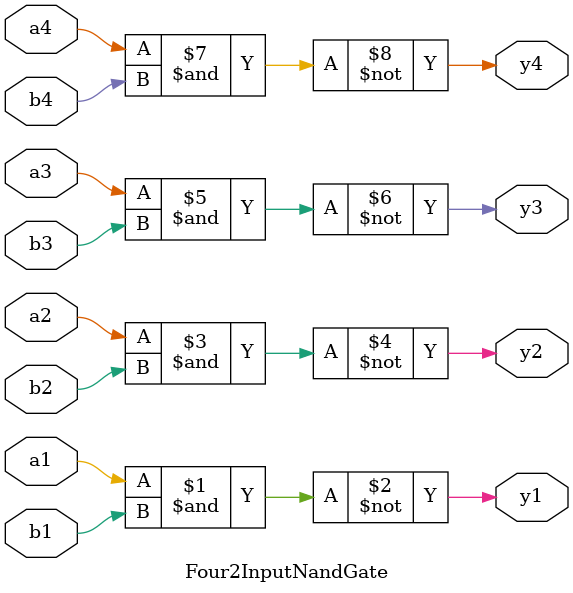
<source format=v>
`timescale 1ns / 1ps


module Four2InputNandGate #(parameter DELAY = 10)(
	input wire a1,b1,a2,b2,a3,b3,a4,b4,
	output wire y1,y2,y3,y4
    );
	
	nand #DELAY (y1,a1,b1);
	nand #DELAY (y2,a2,b2);
	nand #DELAY (y3,a3,b3);
	nand #DELAY (y4,a4,b4);
	
endmodule

</source>
